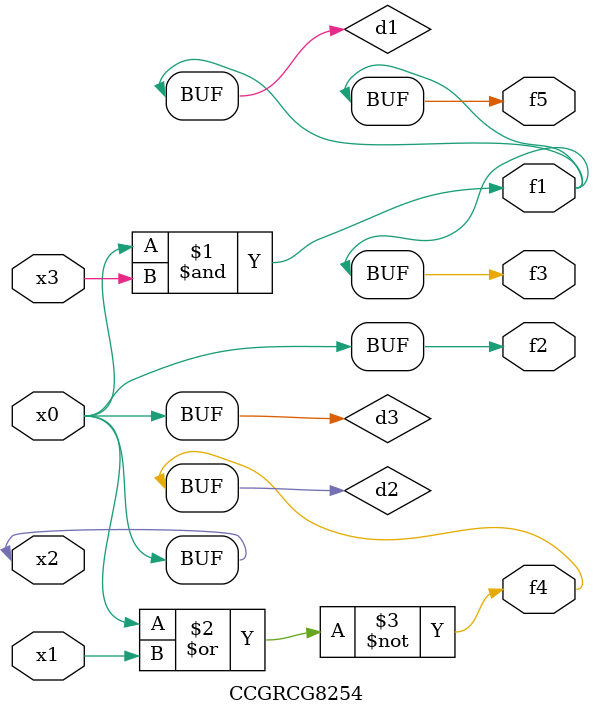
<source format=v>
module CCGRCG8254(
	input x0, x1, x2, x3,
	output f1, f2, f3, f4, f5
);

	wire d1, d2, d3;

	and (d1, x2, x3);
	nor (d2, x0, x1);
	buf (d3, x0, x2);
	assign f1 = d1;
	assign f2 = d3;
	assign f3 = d1;
	assign f4 = d2;
	assign f5 = d1;
endmodule

</source>
